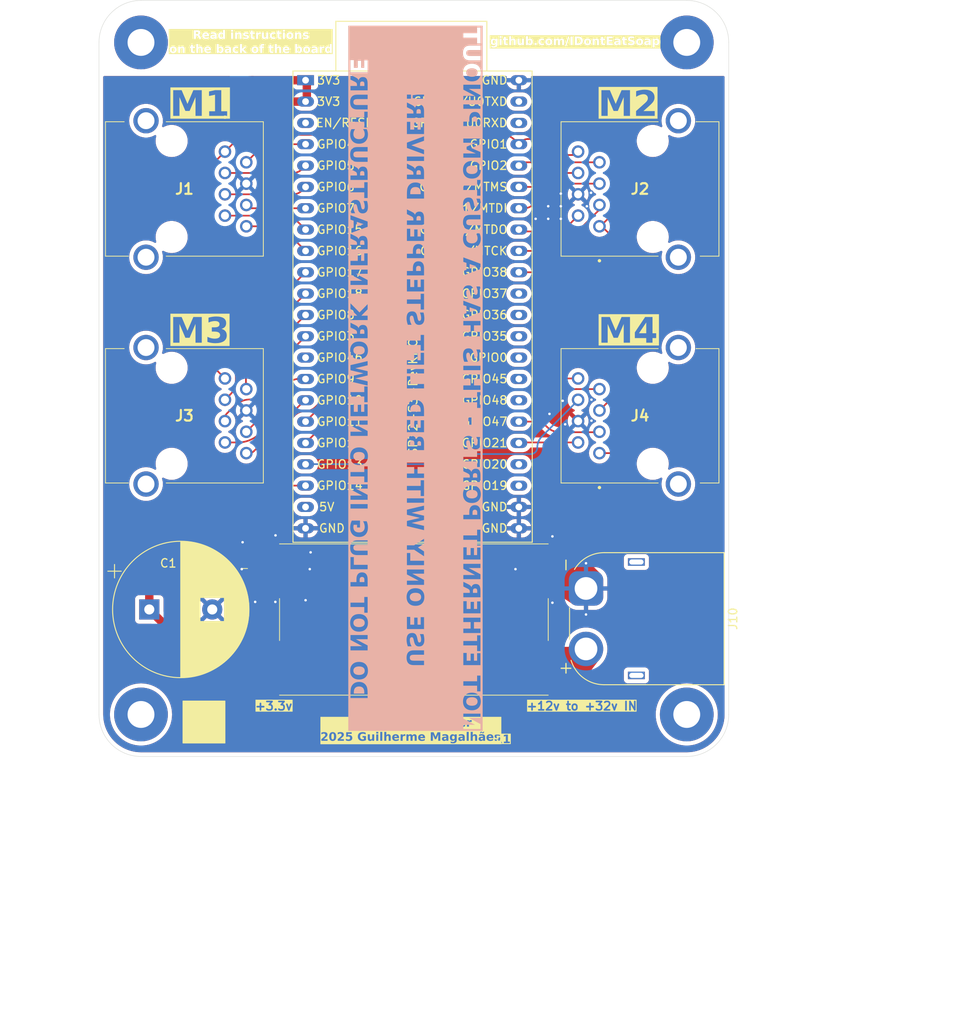
<source format=kicad_pcb>
(kicad_pcb (version 20240108) (generator "pcbnew") (generator_version "8.0")
  (layers (0 "F.Cu" signal) (31 "B.Cu" signal) (34 "B.Paste" user) (35 "F.Paste" user) (36 "B.SilkS" user "B.Silkscreen") (37 "F.SilkS" user "F.Silkscreen") (38 "B.Mask" user) (39 "F.Mask" user) (44 "Edge.Cuts" user))
  (net 0 "")
  (net 1 "M EN")
  (net 3 "M4 CLK")
  (net 5 "M2 DIR")
  (net 8 "GND")
  (net 9 "M1 CLK")
  (net 10 "M3 DIR")
  (net 12 "M3 CLK")
  (net 15 "+3.3V")
  (net 16 "M4 DIR")
  (net 17 "M2 CLK")
  (net 23 "M1 DIR")
  (net 25 "VCC")
  (net 26 "M1 IO 2")
  (net 27 "M1 IO 1")
  (net 28 "M1 IO 3")
  (net 29 "M1 IO 4")
  (net 30 "M2 IO 1")
  (net 31 "M2 IO 4")
  (net 32 "M2 IO 2")
  (net 33 "M2 IO 3")
  (net 34 "M3 IO 1")
  (net 35 "M3 IO 4")
  (net 36 "M3 IO 2")
  (net 37 "M3 IO 3")
  (net 38 "M4 IO 4")
  (net 39 "M4 IO 3")
  (net 40 "M4 IO 2")
  (net 41 "M4 IO 1")
  (footprint "" (layer "F.Cu") (at 120 55)
    (property "Reference" "" (at 0 0 0) (layer "F.SilkS") (effects (font (size 1.27 1.27))))
    (property "Value" "")
    (pad "1" thru_hole circle (at 0 0) (size 6.4 6.4) (drill 3.2) (layers "*.Cu" "*.Mask"))
  )
  (footprint "Explorer:ESP32-S3-DevKitC AliExpress" (layer "F.Cu") (at 74.6 59.5)
    (property "Reference" "U1" (at 12.94828 -3.4 0) (layer "F.SilkS"))
    (property "Value" "ESP32-S3-DevKitC" (at 12.8 38.2 90) (layer "F.SilkS"))
    (fp_text user "GPIO4" (at 1.27 7.62 0) (layer "F.SilkS") (effects (justify left)))
    (fp_text user "5V" (at 1.52032 50.79728 0) (layer "F.SilkS") (effects (justify left)))
    (fp_text user "GND" (at 24.13 53.34 0) (layer "F.SilkS") (effects (justify right)))
    (fp_text user "GPIO16" (at 1.27 20.32 0) (layer "F.SilkS") (effects (justify left)))
    (fp_text user "GPIO47" (at 24.13 40.64 0) (layer "F.SilkS") (effects (justify right)))
    (fp_text user "GPIO1" (at 24.13 7.62 0) (layer "F.SilkS") (effects (justify right)))
    (fp_text user "GPIO18" (at 1.27 25.4 0) (layer "F.SilkS") (effects (justify left)))
    (fp_text user "GPIO2" (at 24.13 10.16 0) (layer "F.SilkS") (effects (justify right)))
    (fp_text user "GPIO9" (at 1.27 35.56 0) (layer "F.SilkS") (effects (justify left)))
    (fp_text user "GPIO37" (at 24.13 25.4 0) (layer "F.SilkS") (effects (justify right)))
    (fp_text user "GPIO40/MTDO" (at 24.13 17.78 0) (layer "F.SilkS") (effects (justify right)))
    (fp_text user "GPIO5" (at 1.27 10.16 0) (layer "F.SilkS") (effects (justify left)))
    (fp_text user "GPIO43/U0TXD" (at 24.13 2.54 0) (layer "F.SilkS") (effects (justify right)))
    (fp_text user "GPIO41/MTDI" (at 24.13 15.24 0) (layer "F.SilkS") (effects (justify right)))
    (fp_text user "EN/RESET" (at 8.88632 5.07728 0) (layer "F.SilkS") (effects (justify right)))
    (fp_text user "GPIO46" (at 1.27 33.02 0) (layer "F.SilkS") (effects (justify left)))
    (fp_text user "GPIO42/MTMS" (at 24.13 12.7 0) (layer "F.SilkS") (effects (justify right)))
    (fp_text user "3V3" (at 1.27 2.54 0) (layer "F.SilkS") (effects (justify left)))
    (fp_text user "GPIO20" (at 24.13 45.72 0) (layer "F.SilkS") (effects (justify right)))
    (fp_text user "GPIO45" (at 24.13 35.56 0) (layer "F.SilkS") (effects (justify right)))
    (fp_text user "GPIO3" (at 1.27 30.48 0) (layer "F.SilkS") (effects (justify left)))
    (fp_text user "GPIO6" (at 1.27 12.7 0) (layer "F.SilkS") (effects (justify left)))
    (fp_text user "GPIO44/U0RXD" (at 24.13 5.08 0) (layer "F.SilkS") (effects (justify right)))
    (fp_text user "GPIO36" (at 24.13 27.94 0) (layer "F.SilkS") (effects (justify right)))
    (fp_text user "GPIO35" (at 24.13 30.48 0) (layer "F.SilkS") (effects (justify right)))
    (fp_text user "GPIO12" (at 1.27 43.18 0) (layer "F.SilkS") (effects (justify left)))
    (fp_text user "3V3" (at 1.27 0 0) (layer "F.SilkS") (effects (justify left)))
    (fp_text user "GPIO21" (at 24.13 43.18 0) (layer "F.SilkS") (effects (justify right)))
    (fp_text user "GPIO48" (at 24.13 38.1 0) (layer "F.SilkS") (effects (justify right)))
    (fp_text user "GPIO8" (at 1.27 27.94 0) (layer "F.SilkS") (effects (justify left)))
    (fp_text user "GPIO13" (at 1.27 45.72 0) (layer "F.SilkS") (effects (justify left)))
    (fp_text user "GPIO14" (at 1.27 48.26 0) (layer "F.SilkS") (effects (justify left)))
    (fp_text user "GPIO38" (at 24.13 22.86 0) (layer "F.SilkS") (effects (justify right)))
    (fp_text user "GPIO10" (at 1.27 38.1 0) (layer "F.SilkS") (effects (justify left)))
    (fp_text user "GPIO15" (at 1.27 17.78 0) (layer "F.SilkS") (effects (justify left)))
    (fp_text user "GPIO17" (at 1.27 22.86 0) (layer "F.SilkS") (effects (justify left)))
    (fp_text user "GPIO7" (at 1.27 15.24 0) (layer "F.SilkS") (effects (justify left)))
    (fp_text user "GND" (at 24.13 0 0) (layer "F.SilkS") (effects (justify right)))
    (fp_text user "GPIO11" (at 1.27 40.64 0) (layer "F.SilkS") (effects (justify left)))
    (fp_text user "GPIO0" (at 24.13 33.02 0) (layer "F.SilkS") (effects (justify right)))
    (fp_text user "GND" (at 1.52032 53.33728 0) (layer "F.SilkS") (effects (justify left)))
    (fp_text user "GND" (at 24.13 50.8 0) (layer "F.SilkS") (effects (justify right)))
    (fp_text user "GPIO39/MTCK" (at 24.13 20.32 0) (layer "F.SilkS") (effects (justify right)))
    (fp_text user "GPIO19" (at 24.13 48.26 0) (layer "F.SilkS") (effects (justify right)))
    (pad "1" thru_hole rect (at 0 0 270) (size 1.2 2) (drill 0.8) (layers "*.Cu" "*.Mask") (net 15 "+3.3V"))
    (pad "2" thru_hole oval (at 0 2.54 270) (size 1.2 2) (drill 0.8) (layers "*.Cu" "*.Mask") (net 15 "+3.3V"))
    (pad "3" thru_hole oval (at 0 5.08 270) (size 1.2 2) (drill 0.8) (layers "*.Cu" "*.Mask"))
    (pad "4" thru_hole oval (at 0 7.62 270) (size 1.2 2) (drill 0.8) (layers "*.Cu" "*.Mask") (net 9 "M1 CLK"))
    (pad "5" thru_hole oval (at 0 10.16 270) (size 1.2 2) (drill 0.8) (layers "*.Cu" "*.Mask") (net 23 "M1 DIR"))
    (pad "6" thru_hole oval (at 0 12.7 270) (size 1.2 2) (drill 0.8) (layers "*.Cu" "*.Mask") (net 27 "M1 IO 1"))
    (pad "7" thru_hole oval (at 0 15.24 270) (size 1.2 2) (drill 0.8) (layers "*.Cu" "*.Mask") (net 26 "M1 IO 2"))
    (pad "8" thru_hole oval (at 0 17.78 270) (size 1.2 2) (drill 0.8) (layers "*.Cu" "*.Mask") (net 28 "M1 IO 3"))
    (pad "9" thru_hole oval (at 0 20.32 270) (size 1.2 2) (drill 0.8) (layers "*.Cu" "*.Mask") (net 29 "M1 IO 4"))
    (pad "10" thru_hole oval (at 0 22.86 270) (size 1.2 2) (drill 0.8) (layers "*.Cu" "*.Mask") (net 12 "M3 CLK"))
    (pad "11" thru_hole oval (at 0 25.4 270) (size 1.2 2) (drill 0.8) (layers "*.Cu" "*.Mask") (net 10 "M3 DIR"))
    (pad "12" thru_hole oval (at 0 27.94 270) (size 1.2 2) (drill 0.8) (layers "*.Cu" "*.Mask") (net 34 "M3 IO 1"))
    (pad "13" thru_hole oval (at 0 30.48 270) (size 1.2 2) (drill 0.8) (layers "*.Cu" "*.Mask") (net 36 "M3 IO 2"))
    (pad "14" thru_hole oval (at 0 33.02 270) (size 1.2 2) (drill 0.8) (layers "*.Cu" "*.Mask"))
    (pad "15" thru_hole oval (at 0 35.56 270) (size 1.2 2) (drill 0.8) (layers "*.Cu" "*.Mask") (net 37 "M3 IO 3"))
    (pad "16" thru_hole oval (at 0 38.1 270) (size 1.2 2) (drill 0.8) (layers "*.Cu" "*.Mask") (net 35 "M3 IO 4"))
    (pad "17" thru_hole oval (at 0 40.64 270) (size 1.2 2) (drill 0.8) (layers "*.Cu" "*.Mask") (net 38 "M4 IO 4"))
    (pad "18" thru_hole oval (at 0 43.18 270) (size 1.2 2) (drill 0.8) (layers "*.Cu" "*.Mask") (net 39 "M4 IO 3"))
    (pad "19" thru_hole oval (at 0 45.72 270) (size 1.2 2) (drill 0.8) (layers "*.Cu" "*.Mask") (net 40 "M4 IO 2"))
    (pad "20" thru_hole oval (at -0.00368 48.25728 270) (size 1.2 2) (drill 0.8) (layers "*.Cu" "*.Mask") (net 31 "M2 IO 4"))
    (pad "21" thru_hole oval (at -0.00368 50.79728 270) (size 1.2 2) (drill 0.8) (layers "*.Cu" "*.Mask"))
    (pad "22" thru_hole oval (at -0.00368 53.33728 270) (size 1.2 2) (drill 0.8) (layers "*.Cu" "*.Mask") (net 8 "GND"))
    (pad "23" thru_hole oval (at 25.4 53.34 270) (size 1.2 2) (drill 0.8) (layers "*.Cu" "*.Mask") (net 8 "GND"))
    (pad "24" thru_hole oval (at 25.4 50.8 270) (size 1.2 2) (drill 0.8) (layers "*.Cu" "*.Mask") (net 8 "GND"))
    (pad "25" thru_hole oval (at 25.4 48.26 270) (size 1.2 2) (drill 0.8) (layers "*.Cu" "*.Mask"))
    (pad "26" thru_hole oval (at 25.4 45.72 270) (size 1.2 2) (drill 0.8) (layers "*.Cu" "*.Mask"))
    (pad "27" thru_hole oval (at 25.4 43.18 270) (size 1.2 2) (drill 0.8) (layers "*.Cu" "*.Mask") (net 3 "M4 CLK"))
    (pad "28" thru_hole oval (at 25.4 40.64 270) (size 1.2 2) (drill 0.8) (layers "*.Cu" "*.Mask") (net 16 "M4 DIR"))
    (pad "29" thru_hole oval (at 25.4 38.1 270) (size 1.2 2) (drill 0.8) (layers "*.Cu" "*.Mask"))
    (pad "30" thru_hole oval (at 25.4 35.56 270) (size 1.2 2) (drill 0.8) (layers "*.Cu" "*.Mask"))
    (pad "31" thru_hole oval (at 25.4 33.02 270) (size 1.2 2) (drill 0.8) (layers "*.Cu" "*.Mask"))
    (pad "32" thru_hole oval (at 25.4 30.48 270) (size 1.2 2) (drill 0.8) (layers "*.Cu" "*.Mask"))
    (pad "33" thru_hole oval (at 25.4 27.94 270) (size 1.2 2) (drill 0.8) (layers "*.Cu" "*.Mask"))
    (pad "34" thru_hole oval (at 25.4 25.4 270) (size 1.2 2) (drill 0.8) (layers "*.Cu" "*.Mask"))
    (pad "35" thru_hole oval (at 25.4 22.86 270) (size 1.2 2) (drill 0.8) (layers "*.Cu" "*.Mask") (net 41 "M4 IO 1"))
    (pad "36" thru_hole oval (at 25.4 20.32 270) (size 1.2 2) (drill 0.8) (layers "*.Cu" "*.Mask") (net 17 "M2 CLK"))
    (pad "37" thru_hole oval (at 25.4 17.78 270) (size 1.2 2) (drill 0.8) (layers "*.Cu" "*.Mask") (net 5 "M2 DIR"))
    (pad "38" thru_hole oval (at 25.4 15.24 270) (size 1.2 2) (drill 0.8) (layers "*.Cu" "*.Mask") (net 30 "M2 IO 1"))
    (pad "39" thru_hole oval (at 25.4 12.7 270) (size 1.2 2) (drill 0.8) (layers "*.Cu" "*.Mask") (net 32 "M2 IO 2"))
    (pad "40" thru_hole oval (at 25.4 10.16 270) (size 1.2 2) (drill 0.8) (layers "*.Cu" "*.Mask") (net 33 "M2 IO 3"))
    (pad "41" thru_hole oval (at 25.4 7.62 270) (size 1.2 2) (drill 0.8) (layers "*.Cu" "*.Mask") (net 1 "M EN"))
    (pad "42" thru_hole oval (at 25.4 5.08 270) (size 1.2 2) (drill 0.8) (layers "*.Cu" "*.Mask"))
    (pad "43" thru_hole oval (at 25.4 2.54 270) (size 1.2 2) (drill 0.8) (layers "*.Cu" "*.Mask"))
    (pad "44" thru_hole oval (at 25.4 0 270) (size 1.2 2) (drill 0.8) (layers "*.Cu" "*.Mask") (net 8 "GND"))
  )
  (footprint "Capacitor_THT:CP_Radial_D16.0mm_P7.50mm" (layer "F.Cu") (at 55.987246 122.5)
    (property "Reference" "C1" (at 2.262754 -5.5 0) (layer "F.SilkS"))
    (property "Value" "4700uF")
    (pad "1" thru_hole rect (at 0 0) (size 2.4 2.4) (drill 1.2) (layers "*.Cu" "*.Mask") (net 15 "+3.3V"))
    (pad "2" thru_hole circle (at 7.5 0) (size 2.4 2.4) (drill 1.2) (layers "*.Cu" "*.Mask") (net 8 "GND"))
  )
  (footprint "Connector_AMASS:AMASS_XT60PW-M_1x02_P7.20mm_Horizontal" (layer "F.Cu") (at 108 120 -90)
    (property "Reference" "J10" (at 3.6 -17.5 90) (layer "F.SilkS"))
    (property "Value" "XT60 In")
    (fp_text user "-" (at -2.8 2.5 90) (layer "F.SilkS") (effects (font (size 1.5 1.5))))
    (fp_text user "+" (at 9.5 2.5 90) (layer "F.SilkS") (effects (font (size 1.5 1.5))))
    (pad "" thru_hole rect (at -3.15 -6 270) (size 0.9 2) (drill oval 0.6 1.7) (layers "*.Cu" "*.Mask"))
    (pad "" thru_hole rect (at 10.35 -6 270) (size 0.9 2) (drill oval 0.6 1.7) (layers "*.Cu" "*.Mask"))
    (pad "1" thru_hole roundrect (at 0 0 270) (size 4.1 4.1) (drill 2.7) (layers "*.Cu" "*.Mask") (net 8 "GND"))
    (pad "2" thru_hole circle (at 7.2 0 270) (size 4.1 4.1) (drill 2.7) (layers "*.Cu" "*.Mask") (net 25 "VCC"))
  )
  (footprint "SamacSys_Parts:RJ458N3S" (layer "F.Cu") (at 109.6 103.89 180)
    (property "Reference" "J4" (at -4.83 4.445 0) (layer "F.SilkS") (effects (font (size 1.27 1.27) (thickness 0.254))))
    (property "Value" "RJ45" (hide yes))
    (pad "" np_thru_hole circle (at -6.35 -1.27 180) (size 3.33 3.33) (drill 3.33) (layers "*.Cu" "*.Mask"))
    (pad "" np_thru_hole circle (at -6.35 10.16 180) (size 3.33 3.33) (drill 3.33) (layers "*.Cu" "*.Mask"))
    (pad "1" thru_hole circle (at 0 0 180) (size 1.493 1.493) (drill 0.96) (layers "*.Cu" "*.Mask") (net 1 "M EN"))
    (pad "2" thru_hole circle (at 2.54 1.27 180) (size 1.493 1.493) (drill 0.96) (layers "*.Cu" "*.Mask") (net 3 "M4 CLK"))
    (pad "3" thru_hole circle (at 0 2.54 180) (size 1.493 1.493) (drill 0.96) (layers "*.Cu" "*.Mask") (net 16 "M4 DIR"))
    (pad "4" thru_hole circle (at 2.54 3.81 180) (size 1.493 1.493) (drill 0.96) (layers "*.Cu" "*.Mask") (net 8 "GND"))
    (pad "5" thru_hole circle (at 0 5.08 180) (size 1.493 1.493) (drill 0.96) (layers "*.Cu" "*.Mask") (net 41 "M4 IO 1"))
    (pad "6" thru_hole circle (at 2.54 6.35 180) (size 1.493 1.493) (drill 0.96) (layers "*.Cu" "*.Mask") (net 40 "M4 IO 2"))
    (pad "7" thru_hole circle (at 0 7.62 180) (size 1.493 1.493) (drill 0.96) (layers "*.Cu" "*.Mask") (net 39 "M4 IO 3"))
    (pad "8" thru_hole circle (at 2.54 8.89 180) (size 1.493 1.493) (drill 0.96) (layers "*.Cu" "*.Mask") (net 38 "M4 IO 4"))
    (pad "MH3" thru_hole circle (at -9.4 -3.68 180) (size 3.015 3.015) (drill 2.01) (layers "*.Cu" "*.Mask"))
    (pad "MH4" thru_hole circle (at -9.4 12.57 180) (size 3.015 3.015) (drill 2.01) (layers "*.Cu" "*.Mask"))
  )
  (footprint "" (layer "F.Cu") (at 55 55)
    (property "Reference" "" (at 0 0 0) (layer "F.SilkS") (effects (font (size 1.27 1.27))))
    (property "Value" "")
    (pad "1" thru_hole circle (at 0 0) (size 6.4 6.4) (drill 3.2) (layers "*.Cu" "*.Mask"))
  )
  (footprint "" (layer "F.Cu") (at 120 135)
    (property "Reference" "" (at 0 0 0) (layer "F.SilkS") (effects (font (size 1.27 1.27))))
    (property "Value" "")
    (pad "1" thru_hole circle (at 0 0) (size 6.4 6.4) (drill 3.2) (layers "*.Cu" "*.Mask"))
  )
  (footprint "MountingHole:MountingHole_3.2mm_M3_Pad" (layer "F.Cu") (at 55 135)
    (property "Reference" "REF**" (hide yes))
    (property "Value" "MountingHole_3.2mm_M3_Pad" (hide yes))
    (pad "1" thru_hole circle (at 0 0) (size 6.4 6.4) (drill 3.2) (layers "*.Cu" "*.Mask"))
  )
  (footprint "Explorer:Mini 560 Pro" (layer "F.Cu") (at 87.5 123.7 180)
    (property "Reference" "J11" (hide yes))
    (property "Value" "Mini 560 Pro" (hide yes))
    (fp_text user "- OUT" (at 22 6 180) (layer "F.SilkS") (effects (font (thickness 0.1))))
    (fp_text user "+12v to +32v IN" (at -20 -10.3 0) (layer "F.SilkS" knockout) (effects (font (thickness 0.2) (bold yes))))
    (fp_text user "+3.3v" (at 16.7 -10.3 0) (layer "F.SilkS" knockout) (effects (font (thickness 0.2) (bold yes))))
    (pad "1" smd roundrect (at -16.5 -6 180) (size 6 5.5) (layers "F.Cu" "F.Paste" "F.Mask") (roundrect_rratio 0.1640419948) (net 25 "VCC"))
    (pad "2" smd roundrect (at -16.5 6 180) (size 6 5.5) (layers "F.Cu" "F.Paste" "F.Mask") (roundrect_rratio 0.1640419948) (net 8 "GND"))
    (pad "3" smd roundrect (at 16.5 -6 180) (size 6 5.5) (layers "F.Cu" "F.Paste" "F.Mask") (roundrect_rratio 0.1640419948) (net 15 "+3.3V"))
    (pad "4" smd roundrect (at 16.5 6 180) (size 6 5.5) (layers "F.Cu" "F.Paste" "F.Mask") (roundrect_rratio 0.1640419948) (net 8 "GND"))
  )
  (footprint "SamacSys_Parts:RJ458N3S" (layer "F.Cu") (at 65 95)
    (property "Reference" "J3" (at -4.83 4.445 0) (layer "F.SilkS") (effects (font (size 1.27 1.27) (thickness 0.254))))
    (property "Value" "RJ45" (hide yes))
    (pad "" np_thru_hole circle (at -6.35 -1.27) (size 3.33 3.33) (drill 3.33) (layers "*.Cu" "*.Mask"))
    (pad "" np_thru_hole circle (at -6.35 10.16) (size 3.33 3.33) (drill 3.33) (layers "*.Cu" "*.Mask"))
    (pad "1" thru_hole circle (at 0 0) (size 1.493 1.493) (drill 0.96) (layers "*.Cu" "*.Mask") (net 1 "M EN"))
    (pad "2" thru_hole circle (at 2.54 1.27) (size 1.493 1.493) (drill 0.96) (layers "*.Cu" "*.Mask") (net 10 "M3 DIR"))
    (pad "3" thru_hole circle (at 0 2.54) (size 1.493 1.493) (drill 0.96) (layers "*.Cu" "*.Mask") (net 12 "M3 CLK"))
    (pad "4" thru_hole circle (at 2.54 3.81) (size 1.493 1.493) (drill 0.96) (layers "*.Cu" "*.Mask") (net 8 "GND"))
    (pad "5" thru_hole circle (at 0 5.08) (size 1.493 1.493) (drill 0.96) (layers "*.Cu" "*.Mask") (net 34 "M3 IO 1"))
    (pad "6" thru_hole circle (at 2.54 6.35) (size 1.493 1.493) (drill 0.96) (layers "*.Cu" "*.Mask") (net 36 "M3 IO 2"))
    (pad "7" thru_hole circle (at 0 7.62) (size 1.493 1.493) (drill 0.96) (layers "*.Cu" "*.Mask") (net 37 "M3 IO 3"))
    (pad "8" thru_hole circle (at 2.54 8.89) (size 1.493 1.493) (drill 0.96) (layers "*.Cu" "*.Mask") (net 35 "M3 IO 4"))
    (pad "MH3" thru_hole circle (at -9.4 -3.68) (size 3.015 3.015) (drill 2.01) (layers "*.Cu" "*.Mask"))
    (pad "MH4" thru_hole circle (at -9.4 12.57) (size 3.015 3.015) (drill 2.01) (layers "*.Cu" "*.Mask"))
  )
  (footprint "SamacSys_Parts:RJ458N3S" (layer "F.Cu") (at 109.6 76.89 180)
    (property "Reference" "J2" (at -4.83 4.445 0) (layer "F.SilkS") (effects (font (size 1.27 1.27) (thickness 0.254))))
    (property "Value" "RJ45" (hide yes))
    (pad "" np_thru_hole circle (at -6.35 -1.27 180) (size 3.33 3.33) (drill 3.33) (layers "*.Cu" "*.Mask"))
    (pad "" np_thru_hole circle (at -6.35 10.16 180) (size 3.33 3.33) (drill 3.33) (layers "*.Cu" "*.Mask"))
    (pad "1" thru_hole circle (at 0 0 180) (size 1.493 1.493) (drill 0.96) (layers "*.Cu" "*.Mask") (net 1 "M EN"))
    (pad "2" thru_hole circle (at 2.54 1.27 180) (size 1.493 1.493) (drill 0.96) (layers "*.Cu" "*.Mask") (net 5 "M2 DIR"))
    (pad "3" thru_hole circle (at 0 2.54 180) (size 1.493 1.493) (drill 0.96) (layers "*.Cu" "*.Mask") (net 17 "M2 CLK"))
    (pad "4" thru_hole circle (at 2.54 3.81 180) (size 1.493 1.493) (drill 0.96) (layers "*.Cu" "*.Mask") (net 8 "GND"))
    (pad "5" thru_hole circle (at 0 5.08 180) (size 1.493 1.493) (drill 0.96) (layers "*.Cu" "*.Mask") (net 30 "M2 IO 1"))
    (pad "6" thru_hole circle (at 2.54 6.35 180) (size 1.493 1.493) (drill 0.96) (layers "*.Cu" "*.Mask") (net 32 "M2 IO 2"))
    (pad "7" thru_hole circle (at 0 7.62 180) (size 1.493 1.493) (drill 0.96) (layers "*.Cu" "*.Mask") (net 33 "M2 IO 3"))
    (pad "8" thru_hole circle (at 2.54 8.89 180) (size 1.493 1.493) (drill 0.96) (layers "*.Cu" "*.Mask") (net 31 "M2 IO 4"))
    (pad "MH3" thru_hole circle (at -9.4 -3.68 180) (size 3.015 3.015) (drill 2.01) (layers "*.Cu" "*.Mask"))
    (pad "MH4" thru_hole circle (at -9.4 12.57 180) (size 3.015 3.015) (drill 2.01) (layers "*.Cu" "*.Mask"))
  )
  (footprint "SamacSys_Parts:RJ458N3S" (layer "F.Cu") (at 65 68)
    (property "Reference" "J1" (at -4.83 4.445 0) (layer "F.SilkS") (effects (font (size 1.27 1.27) (thickness 0.254))))
    (property "Value" "RJ45" (hide yes))
    (pad "" np_thru_hole circle (at -6.35 -1.27) (size 3.33 3.33) (drill 3.33) (layers "*.Cu" "*.Mask"))
    (pad "" np_thru_hole circle (at -6.35 10.16) (size 3.33 3.33) (drill 3.33) (layers "*.Cu" "*.Mask"))
    (pad "1" thru_hole circle (at 0 0) (size 1.493 1.493) (drill 0.96) (layers "*.Cu" "*.Mask") (net 1 "M EN"))
    (pad "2" thru_hole circle (at 2.54 1.27) (size 1.493 1.493) (drill 0.96) (layers "*.Cu" "*.Mask") (net 9 "M1 CLK"))
    (pad "3" thru_hole circle (at 0 2.54) (size 1.493 1.493) (drill 0.96) (layers "*.Cu" "*.Mask") (net 23 "M1 DIR"))
    (pad "4" thru_hole circle (at 2.54 3.81) (size 1.493 1.493) (drill 0.96) (layers "*.Cu" "*.Mask") (net 8 "GND"))
    (pad "5" thru_hole circle (at 0 5.08) (size 1.493 1.493) (drill 0.96) (layers "*.Cu" "*.Mask") (net 27 "M1 IO 1"))
    (pad "6" thru_hole circle (at 2.54 6.35) (size 1.493 1.493) (drill 0.96) (layers "*.Cu" "*.Mask") (net 26 "M1 IO 2"))
    (pad "7" thru_hole circle (at 0 7.62) (size 1.493 1.493) (drill 0.96) (layers "*.Cu" "*.Mask") (net 28 "M1 IO 3"))
    (pad "8" thru_hole circle (at 2.54 8.89) (size 1.493 1.493) (drill 0.96) (layers "*.Cu" "*.Mask") (net 29 "M1 IO 4"))
    (pad "MH3" thru_hole circle (at -9.4 -3.68) (size 3.015 3.015) (drill 2.01) (layers "*.Cu" "*.Mask"))
    (pad "MH4" thru_hole circle (at -9.4 12.57) (size 3.015 3.015) (drill 2.01) (layers "*.Cu" "*.Mask"))
  )
  (gr_poly (pts (xy 104.26 120.34) (xy 106.5 121.8) (xy 109.62 118.28) (xy 106.62 115.26)) (stroke (width 0.2)) (fill solid) (layer "F.Cu") (net 8))
  (gr_poly (pts (xy 106.7 132.1) (xy 109.5 128.4) (xy 109.4 128) (xy 107.9 129) (xy 106.9 128.7) (xy 106 131.1)) (stroke (width 0.2)) (fill solid) (layer "F.Cu") (net 25))
  (gr_rect (start 60 133.4) (end 65 138.4) (stroke (width 0.1)) (fill solid) (layer "F.SilkS"))
  (gr_line (start 55 50) (end 120 50) (stroke (width 0.05)) (layer "Edge.Cuts"))
  (gr_arc (start 125 135) (mid 123.535534 138.535534) (end 120 140) (stroke (width 0.05)) (layer "Edge.Cuts"))
  (gr_line (start 125 55) (end 125 135) (stroke (width 0.05)) (layer "Edge.Cuts"))
  (gr_line (start 50 135) (end 50 55) (stroke (width 0.05)) (layer "Edge.Cuts"))
  (gr_line (start 120 140) (end 55 140) (stroke (width 0.05)) (layer "Edge.Cuts"))
  (gr_arc (start 50 55) (mid 51.464466 51.464466) (end 55 50) (stroke (width 0.05)) (layer "Edge.Cuts"))
  (gr_arc (start 55 140) (mid 51.464466 138.535534) (end 50 135) (stroke (width 0.05)) (layer "Edge.Cuts"))
  (gr_arc (start 120 50) (mid 123.535534 51.464466) (end 125 55) (stroke (width 0.05)) (layer "Edge.Cuts"))
  (gr_text "NOT ETHERNET PORTS - THIS HAS A CUSTOM PINOUT\n\nUSE ONLY WITH BED LIFT STEPPER DRIVER!\n\nDO NOT PLUG INTO NETWORK INFRASTRUCTURE" (at 87.5 95.1 270) (layer "B.SilkS" knockout) (effects (font (size 2 2) (thickness 0.4) (bold yes)) (justify mirror)))
  (gr_text "R1" (at 98 138 0) (layer "F.SilkS" knockout) (effects (font (size 1 1) (thickness 0.2) (bold yes))))
  (gr_text "Bed Lift Controller\n2025 Guilherme Magalhães" (at 87.12 136.88 0) (layer "F.SilkS" knockout) (effects (font (size 1 1) (thickness 0.2) (bold yes))))
  (gr_text "github.com/IDontEatSoap" (at 106.7 54.9 0) (layer "F.SilkS" knockout) (effects (font (size 1 1) (thickness 0.2) (bold yes))))
  (gr_text "M2" (at 113 62.5 0) (layer "F.SilkS" knockout) (effects (font (size 3 3) (thickness 0.2) (bold yes))))
  (gr_text "M1" (at 62 62.5 0) (layer "F.SilkS" knockout) (effects (font (size 3 3) (thickness 0.2) (bold yes))))
  (gr_text "Read instructions\non the back of the board" (at 68.1 55 0) (layer "F.SilkS" knockout) (effects (font (size 1 1) (thickness 0.2) (bold yes))))
  (gr_text "M4" (at 113 89.5 0) (layer "F.SilkS" knockout) (effects (font (size 3 3) (thickness 0.2) (bold yes))))
  (gr_text "M3" (at 62 89.5 0) (layer "F.SilkS" knockout) (effects (font (size 3 3) (thickness 0.2) (bold yes))))
  (segment (start 101.058406 66.5) (end 109.439339 66.5) (width 0.2) (layer "F.Cu") (net 1))
  (segment (start 98.08804 66) (end 68.414213 66) (width 0.2) (layer "F.Cu") (net 1))
  (segment (start 99.69 66.81) (end 99.44 66.56) (width 0.2) (layer "F.Cu") (net 1))
  (segment (start 112 69.06066) (end 112 72.980725) (width 0.2) (layer "F.Cu") (net 1))
  (segment (start 109.6 76.745) (end 109.6 76.835) (width 0.2) (layer "F.Cu") (net 1))
  (segment (start 109.74889 76.851109) (end 110.855 75.745) (width 0.2) (layer "F.Cu") (net 1))
  (segment (start 111.675649 103.89) (end 109.6 103.89) (width 0.2) (layer "F.Cu") (net 1))
  (segment (start 65 68) (end 64.15 68.85) (width 0.2) (layer "F.Cu") (net 1))
  (segment (start 109.70253 76.70253) (end 110.8 77.8) (width 0.2) (layer "F.Cu") (net 1))
  (segment (start 63.3 70.902081) (end 63.3 92.097918) (width 0.2) (layer "F.Cu") (net 1))
  (segment (start 65 68) (end 66 67) (width 0.2) (layer "F.Cu") (net 1))
  (segment (start 64.15 94.15) (end 65 95) (width 0.2) (layer "F.Cu") (net 1))
  (segment (start 112 80.697056) (end 112 103.565649) (width 0.2) (layer "F.Cu") (net 1))
  (arc (start 99.44 66.56) (mid 98.819715 66.145539) (end 98.08804 66) (width 0.2) (layer "F.Cu") (net 1))
  (arc (start 99.69 66.81) (mid 100 66.938406) (end 100.31 66.81) (width 0.2) (layer "F.Cu") (net 1))
  (arc (start 111.25 67.25) (mid 110.419261 66.694918) (end 109.439339 66.5) (width 0.2) (layer "F.Cu") (net 1))
  (arc (start 109.6 76.835) (mid 109.616109 76.87389) (end 109.655 76.89) (width 0.2) (layer "F.Cu") (net 1))
  (arc (start 112 72.980725) (mid 111.702424 74.476739) (end 110.855 75.745) (width 0.2) (layer "F.Cu") (net 1))
  (arc (start 111.25 67.25) (mid 111.805081 68.080737) (end 112 69.06066) (width 0.2) (layer "F.Cu") (net 1))
  (arc (start 109.74889 76.851109) (mid 109.705813 76.879892) (end 109.655 76.89) (width 0.2) (layer "F.Cu") (net 1))
  (arc (start 64.15 68.85) (mid 63.520907 69.791502) (end 63.3 70.902081) (width 0.2) (layer "F.Cu") (net 1))
  (arc (start 111.905 103.795) (mid 111.799773 103.86531) (end 111.675649 103.89) (width 0.2) (layer "F.Cu") (net 1))
  (arc (start 112 103.565649) (mid 111.97531 103.689773) (end 111.905 103.795) (width 0.2) (layer "F.Cu") (net 1))
  (arc (start 101.058406 66.5) (mid 100.653371 66.580566) (end 100.31 66.81) (width 0.2) (layer "F.Cu") (net 1))
  (arc (start 109.70253 76.70253) (mid 109.637076 76.68951) (end 109.6 76.745) (width 0.2) (layer "F.Cu") (net 1))
  (arc (start 63.3 92.097918) (mid 63.520907 93.208496) (end 64.15 94.15) (width 0.2) (layer "F.Cu") (net 1))
  (arc (start 110.8 77.8) (mid 111.68813 79.12918) (end 112 80.697056) (width 0.2) (layer "F.Cu") (net 1))
  (arc (start 68.414213 66) (mid 67.10765 66.259891) (end 66 67) (width 0.2) (layer "F.Cu") (net 1))
  (segment (start 100.102426 102.62) (end 107.06 102.62) (width 0.2) (layer "F.Cu") (net 3))
  (segment (start 100.03 102.65) (end 100 102.68) (width 0.2) (layer "F.Cu") (net 3))
  (arc (start 100.102426 102.62) (mid 100.063229 102.627796) (end 100.03 102.65) (width 0.2) (layer "F.Cu") (net 3))
  (segment (start 100.11 77.39) (end 100 77.28) (width 0.2) (layer "F.Cu") (net 5))
  (segment (start 100.375563 77.5) (end 103.850639 77.5) (width 0.2) (layer "F.Cu") (net 5))
  (segment (start 106.12 76.56) (end 107.06 75.62) (width 0.2) (layer "F.Cu") (net 5))
  (arc (start 106.12 76.56) (mid 105.078808 77.255701) (end 103.850639 77.5) (width 0.2) (layer "F.Cu") (net 5))
  (arc (start 100.11 77.39) (mid 100.231841 77.471411) (end 100.375563 77.5) (width 0.2) (layer "F.Cu") (net 5))
  (via (at 105 73) (size 0.6) (drill 0.3) (layers "F.Cu" "B.Cu") (net 8))
  (via (at 105 76) (size 0.6) (drill 0.3) (layers "F.Cu" "B.Cu") (net 8))
  (via (at 108.1 74.5) (size 0.6) (drill 0.3) (layers "F.Cu" "B.Cu") (net 8))
  (via (at 104 121.7) (size 0.6) (drill 0.3) (layers "F.Cu" "B.Cu") (net 8))
  (via (at 75.1 117.7) (size 0.6) (drill 0.3) (layers "F.Cu" "B.Cu") (net 8))
  (via (at 108.65 97.53) (size 0.6) (drill 0.3) (layers "F.Cu" "B.Cu") (net 8))
  (via (at 105.52 100.46) (size 0.6) (drill 0.3) (layers "F.Cu" "B.Cu") (net 8))
  (via (at 74.6 121.4) (size 0.6) (drill 0.3) (layers "F.Cu" "B.Cu") (net 8))
  (via (at 108.65 100.03) (size 0.6) (drill 0.3) (layers "F.Cu" "B.Cu") (net 8))
  (via (at 68.6 121.6) (size 0.6) (drill 0.3) (layers "F.Cu" "B.Cu") (net 8))
  (via (at 105 74.5) (size 0.6) (drill 0.3) (layers "F.Cu" "B.Cu") (net 8))
  (via (at 67 117.7) (size 0.6) (drill 0.3) (layers "F.Cu" "B.Cu") (net 8))
  (via (at 71.02 113.68) (size 0.6) (drill 0.3) (layers "F.Cu" "B.Cu") (net 8))
  (via (at 71 121.6) (size 0.6) (drill 0.3) (layers "F.Cu" "B.Cu") (net 8))
  (via (at 103.65 99.22) (size 0.6) (drill 0.3) (layers "F.Cu" "B.Cu") (net 8))
  (via (at 103.5 74.5) (size 0.6) (drill 0.3) (layers "F.Cu" "B.Cu") (net 8))
  (via (at 103.5 76) (size 0.6) (drill 0.3) (layers "F.Cu" "B.Cu") (net 8))
  (via (at 102 76) (size 0.6) (drill 0.3) (layers "F.Cu" "B.Cu") (net 8))
  (via (at 105.22 97.66) (size 0.6) (drill 0.3) (layers "F.Cu" "B.Cu") (net 8))
  (via (at 108 117) (size 0.6) (drill 0.3) (layers "F.Cu" "B.Cu") (net 8))
  (via (at 99.6 117.7) (size 0.6) (drill 0.3) (layers "F.Cu" "B.Cu") (net 8))
  (via (at 108 123.1) (size 0.6) (drill 0.3) (layers "F.Cu" "B.Cu") (net 8))
  (via (at 67.1 114.5) (size 0.6) (drill 0.3) (layers "F.Cu" "B.Cu") (net 8))
  (via (at 75.2 115.7) (size 0.6) (drill 0.3) (layers "F.Cu" "B.Cu") (net 8))
  (via (at 108.6 72.9) (size 0.6) (drill 0.3) (layers "F.Cu" "B.Cu") (net 8))
  (via (at 104 113.8) (size 0.6) (drill 0.3) (layers "F.Cu" "B.Cu") (net 8))
  (segment (start 71.210279 67.12) (end 74.6 67.12) (width 0.2) (layer "F.Cu") (net 9))
  (segment (start 68.615 68.195) (end 67.54 69.27) (width 0.2) (layer "F.Cu") (net 9))
  (arc (start 71.210279 67.12) (mid 69.805724 67.399383) (end 68.615 68.195) (width 0.2) (layer "F.Cu") (net 9))
  (segment (start 67.5 96.201715) (end 67.5 94.115) (width 0.2) (layer "F.Cu") (net 10))
  (segment (start 68.99553 90.504469) (end 74.6 84.9) (width 0.2) (layer "F.Cu") (net 10))
  (segment (start 67.52 96.25) (end 67.54 96.27) (width 0.2) (layer "F.Cu") (net 10))
  (arc (start 67.5 96.201715) (mid 67.505197 96.227846) (end 67.52 96.25) (width 0.2) (layer "F.Cu") (net 10))
  (arc (start 68.99553 90.504469) (mid 67.888675 92.160994) (end 67.5 94.115) (width 0.2) (layer "F.Cu") (net 10))
  (segment (start 66.3 95.320761) (end 66.3 92.913963) (width 0.2) (layer "F.Cu") (net 12))
  (segment (start 67.893792 89.066207) (end 74.6 82.36) (width 0.2) (layer "F.Cu") (net 12))
  (segment (start 65.65 96.89) (end 65 97.54) (width 0.2) (layer "F.Cu") (net 12))
  (arc (start 67.893792 89.066207) (mid 66.714213 90.831572) (end 66.3 92.913963) (width 0.2) (layer "F.Cu") (net 12))
  (arc (start 66.3 95.320761) (mid 66.13107 96.170027) (end 65.65 96.89) (width 0.2) (layer "F.Cu") (net 12))
  (segment (start 55.987246 122.5) (end 55.987246 116.766717) (width 1) (layer "F.Cu") (net 15))
  (segment (start 67.241209 131.5) (end 71 131.5) (width 1) (layer "F.Cu") (net 15))
  (segment (start 62 106.246036) (end 62 65.414213) (width 1) (layer "F.Cu") (net 15))
  (segment (start 74.741908 59.5) (end 68.267766 59.5) (width 1) (layer "F.Cu") (net 15))
  (segment (start 63.393453 129.906207) (end 55.987246 122.5) (width 1) (layer "F.Cu") (net 15))
  (segment (start 63.97763 62.02237) (end 63 63) (width 1) (layer "F.Cu") (net 15))
  (segment (start 65.25 60.75) (end 64.02237 61.97763) (width 1) (layer "F.Cu") (net 15))
  (segment (start 63.97763 62.02237) (end 64.02237 61.97763) (width 1) (layer "F.Cu") (net 15))
  (segment (start 74.75 62.04474) (end 64.076375 62.04474) (width 1) (layer "F.Cu") (net 15))
  (segment (start 74.75 62.04474) (end 74.75 59.508091) (width 1) (layer "F.Cu") (net 15))
  (segment (start 60.406207 110.093792) (end 57.581038 112.918961) (width 1) (layer "F.Cu") (net 15))
  (arc (start 63.393453 129.906207) (mid 65.158818 131.085786) (end 67.241209 131.5) (width 1) (layer "F.Cu") (net 15))
  (arc (start 64.02237 61.97763) (mid 64.013104 62) (end 64.02237 62.02237) (width 1) (layer "F.Cu") (net 15))
  (arc (start 64.02237 62.02237) (mid 64.047147 62.038926) (end 64.076375 62.04474) (width 1) (layer "F.Cu") (net 15))
  (arc (start 74.74763 59.50237) (mid 74.749384 59.504994) (end 74.75 59.508091) (width 1) (layer "F.Cu") (net 15))
  (arc (start 64.02237 62.02237) (mid 63.999999 62.013104) (end 63.97763 62.02237) (width 1) (layer "F.Cu") (net 15))
  (arc (start 57.581038 112.918961) (mid 56.401459 114.684326) (end 55.987246 116.766717) (width 1) (layer "F.Cu") (net 15))
  (arc (start 63 63) (mid 62.259891 64.10765) (end 62 65.414213) (width 1) (layer "F.Cu") (net 15))
  (arc (start 74.74763 59.50237) (mid 74.745004 59.500615) (end 74.741908 59.5) (width 1) (layer "F.Cu") (net 15))
  (arc (start 68.267766 59.5) (mid 66.634562 59.824864) (end 65.25 60.75) (width 1) (layer "F.Cu") (net 15))
  (arc (start 62 106.246036) (mid 61.585786 108.328426) (end 60.406207 110.093792) (width 1) (layer "F.Cu") (net 15))
  (segment (start 109.575 101.375) (end 109.6 101.35) (width 0.2) (layer "F.Cu") (net 16))
  (segment (start 104.880954 101.4) (end 109.514644 101.4) (width 0.2) (layer "F.Cu") (net 16))
  (segment (start 101.839045 100.14) (end 100 100.14) (width 0.2) (layer "F.Cu") (net 16))
  (arc (start 103.36 100.77) (mid 102.66218 100.303731) (end 101.839045 100.14) (width 0.2) (layer "F.Cu") (net 16))
  (arc (start 103.36 100.77) (mid 104.057819 101.236268) (end 104.880954 101.4) (width 0.2) (layer "F.Cu") (net 16))
  (arc (start 109.575 101.375) (mid 109.547308 101.393502) (end 109.514644 101.4) (width 0.2) (layer "F.Cu") (net 16))
  (segment (start 106.273792 78.226207) (end 109.405545 75.094454) (width 0.2) (layer "F.Cu") (net 17))
  (segment (start 109.6 74.625) (end 109.6 74.35) (width 0.2) (layer "F.Cu") (net 17))
  (segment (start 102.426036 79.82) (end 100 79.82) (width 0.2) (layer "F.Cu") (net 17))
  (arc (start 106.273792 78.226207) (mid 104.508426 79.405786) (end 102.426036 79.82) (width 0.2) (layer "F.Cu") (net 17))
  (arc (start 109.6 74.625) (mid 109.549462 74.879066) (end 109.405545 75.094454) (width 0.2) (layer "F.Cu") (net 17))
  (segment (start 73.097746 70.54) (end 65 70.54) (width 0.2) (layer "F.Cu") (net 23))
  (segment (start 74.16 70.1) (end 74.6 69.66) (width 0.2) (layer "F.Cu") (net 23))
  (arc (start 74.16 70.1) (mid 73.672633 70.425647) (end 73.097746 70.54) (width 0.2) (layer "F.Cu") (net 23))
  (segment (start 67.735 74.545) (end 67.54 74.35) (width 0.2) (layer "F.Cu") (net 26))
  (segment (start 68.205771 74.74) (end 74.6 74.74) (width 0.2) (layer "F.Cu") (net 26))
  (arc (start 67.735 74.545) (mid 67.950991 74.689321) (end 68.205771 74.74) (width 0.2) (layer "F.Cu") (net 26))
  (segment (start 74.16 72.64) (end 74.6 72.2) (width 0.2) (layer "F.Cu") (net 27))
  (segment (start 73.097746 73.08) (end 65 73.08) (width 0.2) (layer "F.Cu") (net 27))
  (arc (start 74.16 72.64) (mid 73.672633 72.965647) (end 73.097746 73.08) (width 0.2) (layer "F.Cu") (net 27))
  (segment (start 73.77 76.45) (end 74.6 77.28) (width 0.2) (layer "F.Cu") (net 28))
  (segment (start 71.766202 75.62) (end 65 75.62) (width 0.2) (layer "F.Cu") (net 28))
  (arc (start 73.77 76.45) (mid 72.850649 75.835709) (end 71.766202 75.62) (width 0.2) (layer "F.Cu") (net 28))
  (segment (start 69.605 76.89) (end 67.54 76.89) (width 0.2) (layer "F.Cu") (net 29))
  (segment (start 73.130175 78.350175) (end 74.6 79.82) (width 0.2) (layer "F.Cu") (net 29))
  (arc (start 73.130175 78.350175) (mid 71.512811 77.269487) (end 69.605 76.89) (width 0.2) (layer "F.Cu") (net 29))
  (segment (start 101.705477 74.294522) (end 102.725 73.275) (width 0.2) (layer "F.Cu") (net 30))
  (segment (start 100.63 74.74) (end 100 74.74) (width 0.2) (layer "F.Cu") (net 30))
  (segment (start 106.261822 71.81) (end 109.6 71.81) (width 0.2) (layer "F.Cu") (net 30))
  (arc (start 106.261822 71.81) (mid 104.347707 72.190741) (end 102.725 73.275) (width 0.2) (layer "F.Cu") (net 30))
  (arc (start 101.705477 74.294522) (mid 101.212044 74.624224) (end 100.63 74.74) (width 0.2) (layer "F.Cu") (net 30))
  (segment (start 72.6 107.659496) (end 72.6 100.948528) (width 0.2) (layer "F.Cu") (net 31))
  (segment (start 86.006207 88.168106) (end 75.795562 98.378751) (width 0.2) (layer "F.Cu") (net 31))
  (segment (start 89.193792 73.499811) (end 92.699811 69.993792) (width 0.2) (layer "F.Cu") (net 31))
  (segment (start 106.86 68.2) (end 107.06 68) (width 0.2) (layer "F.Cu") (net 31))
  (segment (start 87.6 84.32035) (end 87.6 77.347567) (width 0.2) (layer "F.Cu") (net 31))
  (segment (start 73.278751 99.421248) (end 73.2 99.5) (width 0.2) (layer "F.Cu") (net 31))
  (segment (start 106.377157 68.4) (end 96.547567 68.4) (width 0.2) (layer "F.Cu") (net 31))
  (segment (start 72.697783 107.75728) (end 74.59632 107.75728) (width 0.2) (layer "F.Cu") (net 31))
  (arc (start 89.193792 73.499811) (mid 88.014213 75.265176) (end 87.6 77.347567) (width 0.2) (layer "F.Cu") (net 31))
  (arc (start 96.547567 68.4) (mid 94.465176 68.814213) (end 92.699811 69.993792) (width 0.2) (layer "F.Cu") (net 31))
  (arc (start 87.6 84.32035) (mid 87.185786 86.40274) (end 86.006207 88.168106) (width 0.2) (layer "F.Cu") (net 31))
  (arc (start 74.537157 98.9) (mid 73.856112 99.035467) (end 73.278751 99.421248) (width 0.2) (layer "F.Cu") (net 31))
  (arc (start 72.6 107.659496) (mid 72.607443 107.696916) (end 72.62864 107.72864) (width 0.2) (layer "F.Cu") (net 31))
  (arc (start 72.62864 107.72864) (mid 72.660363 107.749836) (end 72.697783 107.75728) (width 0.2) (layer "F.Cu") (net 31))
  (arc (start 106.86 68.2) (mid 106.638469 68.348021) (end 106.377157 68.4) (width 0.2) (layer "F.Cu") (net 31))
  (arc (start 73.2 99.5) (mid 72.755934 100.16459) (end 72.6 100.948528) (width 0.2) (layer "F.Cu") (net 31))
  (arc (start 75.795562 98.378751) (mid 75.218201 98.764531) (end 74.537157 98.9) (width 0.2) (layer "F.Cu") (net 31))
  (segment (start 101.626202 72.2) (end 100 72.2) (width 0.2) (layer "F.Cu") (net 32))
  (segment (start 105.633797 70.54) (end 107.06 70.54) (width 0.2) (layer "F.Cu") (net 32))
  (arc (start 103.63 71.37) (mid 102.710649 71.98429) (end 101.626202 72.2) (width 0.2) (layer "F.Cu") (net 32))
  (arc (start 105.633797 70.54) (mid 104.549349 70.755709) (end 103.63 71.37) (width 0.2) (layer "F.Cu") (net 32))
  (segment (start 100.195 69.465) (end 100 69.66) (width 0.2) (layer "F.Cu") (net 33))
  (segment (start 100.665771 69.27) (end 109.6 69.27) (width 0.2) (layer "F.Cu") (net 33))
  (arc (start 100.665771 69.27) (mid 100.410991 69.320678) (end 100.195 69.465) (width 0.2) (layer "F.Cu") (net 33))
  (segment (start 68 97.5) (end 68.817157 97.5) (width 0.2) (layer "F.Cu") (net 34))
  (segment (start 66.122182 98.277817) (end 65.240416 99.159583) (width 0.2) (layer "F.Cu") (net 34))
  (segment (start 69.5 94.793963) (end 69.5 96.817157) (width 0.2) (layer "F.Cu") (net 34))
  (segment (start 71.093792 90.946207) (end 74.6 87.44) (width 0.2) (layer "F.Cu") (net 34))
  (segment (start 65 99.74) (end 65 100.08) (width 0.2) (layer "F.Cu") (net 34))
  (arc (start 68 97.5) (mid 66.983732 97.702148) (end 66.122182 98.277817) (width 0.2) (layer "F.Cu") (net 34))
  (arc (start 65.240416 99.159583) (mid 65.062482 99.42588) (end 65 99.74) (width 0.2) (layer "F.Cu") (net 34))
  (arc (start 69.3 97.3) (mid 69.078469 97.448021) (end 68.817157 97.5) (width 0.2) (layer "F.Cu") (net 34))
  (arc (start 69.5 96.817157) (mid 69.448021 97.078469) (end 69.3 97.3) (width 0.2) (layer "F.Cu") (net 34))
  (arc (start 71.093792 90.946207) (mid 69.914213 92.711572) (end 69.5 94.793963) (width 0.2) (layer "F.Cu") (net 34))
  (segment (start 67.875 103.89) (end 67.54 103.89) (width 0.2) (layer "F.Cu") (net 35))
  (segment (start 74.55 97.6) (end 74.6 97.6) (width 0.2) (layer "F.Cu") (net 35))
  (segment (start 68.44688 103.653119) (end 74.464644 97.635355) (width 0.2) (layer "F.Cu") (net 35))
  (arc (start 68.44688 103.653119) (mid 68.184499 103.828436) (end 67.875 103.89) (width 0.2) (layer "F.Cu") (net 35))
  (arc (start 74.55 97.6) (mid 74.503805 97.609188) (end 74.464644 97.635355) (width 0.2) (layer "F.Cu") (net 35))
  (segment (start 72.123815 92.456184) (end 74.6 89.98) (width 0.2) (layer "F.Cu") (net 36))
  (segment (start 69.076184 99.813815) (end 67.54 101.35) (width 0.2) (layer "F.Cu") (net 36))
  (arc (start 70.6 96.135) (mid 70.203973 98.12596) (end 69.076184 99.813815) (width 0.2) (layer "F.Cu") (net 36))
  (arc (start 72.123815 92.456184) (mid 70.996026 94.144039) (end 70.6 96.135) (width 0.2) (layer "F.Cu") (net 36))
  (segment (start 69.168944 101.531055) (end 71.416116 99.283883) (width 0.2) (layer "F.Cu") (net 37))
  (segment (start 73.733969 95.06) (end 74.6 95.06) (width 0.2) (layer "F.Cu") (net 37))
  (segment (start 66.54 102.62) (end 65 102.62) (width 0.2) (layer "F.Cu") (net 37))
  (segment (start 72.3 96.493969) (end 72.3 97.15) (width 0.2) (layer "F.Cu") (net 37))
  (arc (start 73.733969 95.06) (mid 73.185213 95.169154) (end 72.72 95.48) (width 0.2) (layer "F.Cu") (net 37))
  (arc (start 72.3 97.15) (mid 72.070286 98.304849) (end 71.416116 99.283883) (width 0.2) (layer "F.Cu") (net 37))
  (arc (start 69.168944 101.531055) (mid 67.962774 102.336992) (end 66.54 102.62) (width 0.2) (layer "F.Cu") (net 37))
  (arc (start 72.72 95.48) (mid 72.409154 95.945213) (end 72.3 96.493969) (width 0.2) (layer "F.Cu") (net 37))
  (segment (start 80.673963 96.32) (end 101.506619 96.32) (width 0.2) (layer "F.Cu") (net 38))
  (segment (start 104.69338 95) (end 107.06 95) (width 0.2) (layer "F.Cu") (net 38))
  (segment (start 76.826207 97.913792) (end 74.6 100.14) (width 0.2) (layer "F.Cu") (net 38))
  (arc (start 103.1 95.66) (mid 102.36895 96.148471) (end 101.506619 96.32) (width 0.2) (layer "F.Cu") (net 38))
  (arc (start 104.69338 95) (mid 103.831049 95.171528) (end 103.1 95.66) (width 0.2) (layer "F.Cu") (net 38))
  (arc (start 80.673963 96.32) (mid 78.591572 96.734213) (end 76.826207 97.913792) (width 0.2) (layer "F.Cu") (net 38))
  (segment (start 100.544451 98.88) (end 80.653963 98.88) (width 0.2) (layer "F.Cu") (net 39))
  (segment (start 76.806207 100.473792) (end 74.6 102.68) (width 0.2) (layer "F.Cu") (net 39))
  (segment (start 106.845548 96.27) (end 109.6 96.27) (width 0.2) (layer "F.Cu") (net 39))
  (arc (start 103.695 97.575) (mid 102.249515 98.540841) (end 100.544451 98.88) (width 0.2) (layer "F.Cu") (net 39))
  (arc (start 80.653963 98.88) (mid 78.571572 99.294213) (end 76.806207 100.473792) (width 0.2) (layer "F.Cu") (net 39))
  (arc (start 106.845548 96.27) (mid 105.140483 96.609158) (end 103.695 97.575) (width 0.2) (layer "F.Cu") (net 39))
  (segment (start 107.06 97.565) (end 107.06 97.54) (width 0.2) (layer "B.Cu") (net 40))
  (segment (start 101.425 104) (end 93.548528 104) (width 0.2) (layer "B.Cu") (net 40))
  (segment (start 102.748007 101.901992) (end 107.042322 97.607677) (width 0.2) (layer "B.Cu") (net 40))
  (segment (start 90.651471 105.2) (end 74.634142 105.2) (width 0.2) (layer "B.Cu") (net 40))
  (segment (start 74.61 105.21) (end 74.6 105.22) (width 0.2) (layer "B.Cu") (net 40))
  (arc (start 107.06 97.565) (mid 107.055405 97.588096) (end 107.042322 97.607677) (width 0.2) (layer "B.Cu") (net 40))
  (arc (start 93.548528 104) (mid 92.76459 104.155934) (end 92.1 104.6) (width 0.2) (layer "B.Cu") (net 40))
  (arc (start 102.748007 101.901992) (mid 102.342422 102.508993) (end 102.2 103.225) (width 0.2) (layer "B.Cu") (net 40))
  (arc (start 92.1 104.6) (mid 91.435409 105.044065) (end 90.651471 105.2) (width 0.2) (layer "B.Cu") (net 40))
  (arc (start 102.2 103.225) (mid 101.973007 103.773007) (end 101.425 104) (width 0.2) (layer "B.Cu") (net 40))
  (arc (start 74.634142 105.2) (mid 74.621076 105.202598) (end 74.61 105.21) (width 0.2) (layer "B.Cu") (net 40))
  (segment (start 111.2 82.769705) (end 111.2 96.078629) (width 0.2) (layer "F.Cu") (net 41))
  (segment (start 110.4 98.01) (end 109.6 98.81) (width 0.2) (layer "F.Cu") (net 41))
  (segment (start 110.790294 82.36) (end 100 82.36) (width 0.2) (layer "F.Cu") (net 41))
  (arc (start 111.2 96.078629) (mid 110.992086 97.123879) (end 110.4 98.01) (width 0.2) (layer "F.Cu") (net 41))
  (arc (start 111.08 82.48) (mid 111.168813 82.612917) (end 111.2 82.769705) (width 0.2) (layer "F.Cu") (net 41))
  (arc (start 111.08 82.48) (mid 110.947081 82.391186) (end 110.790294 82.36) (width 0.2) (layer "F.Cu") (net 41))
  (zone (net 8) (net_name "GND") (layers "F&B.Cu") (connect_pads (clearance 0.5)) (min_thickness 0.25) (fill yes (thermal_gap 0.5) (thermal_bridge_width 0.5))
    (polygon (pts (xy 50 59) (xy 126 59) (xy 152.307358 171.851902) (xy 38.207358 171.451902) (xy 39.207358 60.151902)))
  )
)
</source>
